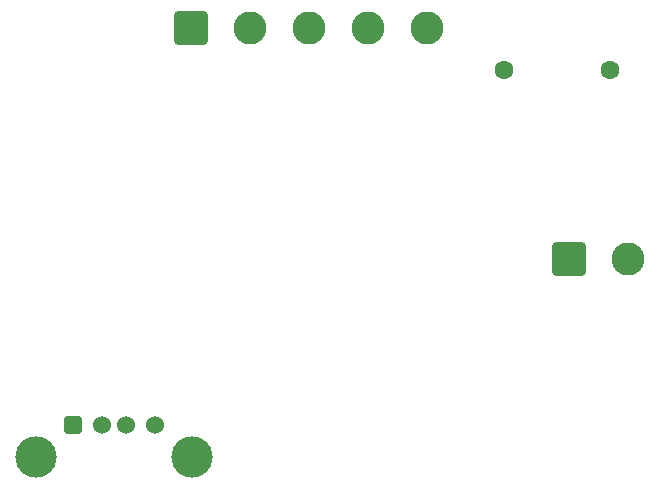
<source format=gbr>
%TF.GenerationSoftware,KiCad,Pcbnew,9.0.0*%
%TF.CreationDate,2025-03-31T12:00:39+05:30*%
%TF.ProjectId,ass kicad,61737320-6b69-4636-9164-2e6b69636164,rev?*%
%TF.SameCoordinates,Original*%
%TF.FileFunction,Soldermask,Bot*%
%TF.FilePolarity,Negative*%
%FSLAX46Y46*%
G04 Gerber Fmt 4.6, Leading zero omitted, Abs format (unit mm)*
G04 Created by KiCad (PCBNEW 9.0.0) date 2025-03-31 12:00:39*
%MOMM*%
%LPD*%
G01*
G04 APERTURE LIST*
G04 Aperture macros list*
%AMRoundRect*
0 Rectangle with rounded corners*
0 $1 Rounding radius*
0 $2 $3 $4 $5 $6 $7 $8 $9 X,Y pos of 4 corners*
0 Add a 4 corners polygon primitive as box body*
4,1,4,$2,$3,$4,$5,$6,$7,$8,$9,$2,$3,0*
0 Add four circle primitives for the rounded corners*
1,1,$1+$1,$2,$3*
1,1,$1+$1,$4,$5*
1,1,$1+$1,$6,$7*
1,1,$1+$1,$8,$9*
0 Add four rect primitives between the rounded corners*
20,1,$1+$1,$2,$3,$4,$5,0*
20,1,$1+$1,$4,$5,$6,$7,0*
20,1,$1+$1,$6,$7,$8,$9,0*
20,1,$1+$1,$8,$9,$2,$3,0*%
G04 Aperture macros list end*
%ADD10RoundRect,0.250001X-1.149999X-1.149999X1.149999X-1.149999X1.149999X1.149999X-1.149999X1.149999X0*%
%ADD11C,2.800000*%
%ADD12RoundRect,0.250000X-0.512000X-0.512000X0.512000X-0.512000X0.512000X0.512000X-0.512000X0.512000X0*%
%ADD13C,1.524000*%
%ADD14C,3.500000*%
%ADD15C,1.600000*%
G04 APERTURE END LIST*
D10*
%TO.C,J3*%
X156500000Y-84000000D03*
D11*
X161500000Y-84000000D03*
%TD*%
D12*
%TO.C,J2*%
X114500000Y-98067500D03*
D13*
X117000000Y-98067500D03*
X119000000Y-98067500D03*
X121500000Y-98067500D03*
D14*
X111430000Y-100777500D03*
X124570000Y-100777500D03*
%TD*%
D15*
%TO.C,TH1*%
X151000000Y-68000000D03*
X160000000Y-68000000D03*
%TD*%
D10*
%TO.C,J4*%
X124500000Y-64500000D03*
D11*
X129500000Y-64500000D03*
X134500000Y-64500000D03*
X139500000Y-64500000D03*
X144500000Y-64500000D03*
%TD*%
M02*

</source>
